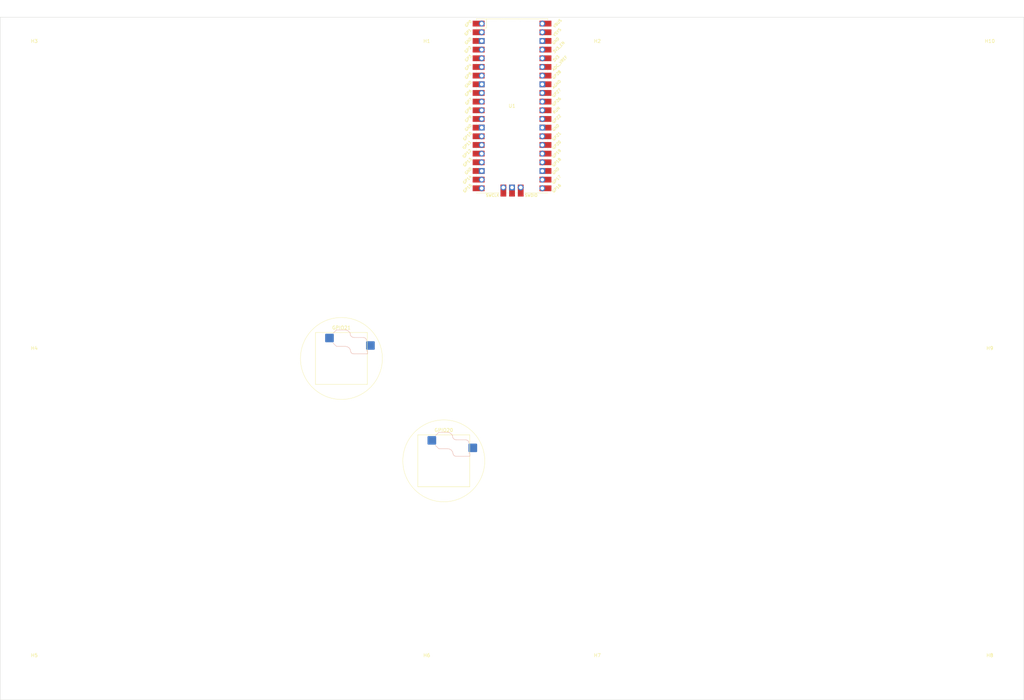
<source format=kicad_pcb>
(kicad_pcb (version 20241229) (generator "pcbnew") (generator_version "9.0")
  (layers (0 "F.Cu" signal) (2 "B.Cu" signal) (13 "F.Paste" user) (15 "B.Paste" user) (5 "F.SilkS" user "F.Silkscreen") (7 "B.SilkS" user "B.Silkscreen") (1 "F.Mask" user) (3 "B.Mask" user) (25 "Edge.Cuts" user))
  (net 0 "")
  (footprint "MountingHole_3.2mm_M3" (layer "F.Cu") (at 125 10)
    (property "Reference" "H1" (at 0 -3 0) (layer "F.SilkS"))
    (property "Value" "MountingHole_3.2mm_M3")
    (pad "" np_thru_hole circle (at 0 0) (size 3.2 3.2) (drill 3.2) (layers "*.Cu" "*.Mask"))
  )
  (footprint "switch_24" (layer "F.Cu") (at 130 130)
    (property "Reference" "GPIO20" (at 0 -9 0) (layer "F.SilkS"))
    (property "Value" "button_24")
    (fp_line (start -7.6 -7.6) (end -7.6 7.6) (stroke (width 0.12)) (layer "F.SilkS"))
    (fp_line (start -7.6 7.6) (end 7.6 7.6) (stroke (width 0.12)) (layer "F.SilkS"))
    (fp_line (start 7.6 -7.6) (end -7.6 -7.6) (stroke (width 0.12)) (layer "F.SilkS"))
    (fp_line (start 7.6 7.6) (end 7.6 -7.6) (stroke (width 0.12)) (layer "F.SilkS"))
    (fp_circle (center 0 0) (end 12 0) (stroke (width 0.1)) (fill no) (layer "F.SilkS"))
    (fp_line (start -2.416 -7.409) (end -1.479 -8.346) (stroke (width 0.12)) (layer "B.SilkS"))
    (fp_line (start -1.479 -8.346) (end 1.268 -8.346) (stroke (width 0.12)) (layer "B.SilkS"))
    (fp_line (start -1.479 -3.554) (end -2.5 -4.575) (stroke (width 0.12)) (layer "B.SilkS"))
    (fp_line (start 1.168 -3.554) (end -1.479 -3.554) (stroke (width 0.12)) (layer "B.SilkS"))
    (fp_line (start 1.268 -8.346) (end 1.671 -8.266) (stroke (width 0.12)) (layer "B.SilkS"))
    (fp_line (start 1.671 -8.266) (end 2.013 -8.037) (stroke (width 0.12)) (layer "B.SilkS"))
    (fp_line (start 1.73 -3.449) (end 1.168 -3.554) (stroke (width 0.12)) (layer "B.SilkS"))
    (fp_line (start 2.013 -8.037) (end 2.546 -7.504) (stroke (width 0.12)) (layer "B.SilkS"))
    (fp_line (start 2.209 -3.15) (end 1.73 -3.449) (stroke (width 0.12)) (layer "B.SilkS"))
    (fp_line (start 2.546 -7.504) (end 2.546 -7.282) (stroke (width 0.12)) (layer "B.SilkS"))
    (fp_line (start 2.546 -7.282) (end 2.633 -6.844) (stroke (width 0.12)) (layer "B.SilkS"))
    (fp_line (start 2.547 -2.697) (end 2.209 -3.15) (stroke (width 0.12)) (layer "B.SilkS"))
    (fp_line (start 2.633 -6.844) (end 2.877 -6.477) (stroke (width 0.12)) (layer "B.SilkS"))
    (fp_line (start 2.701 -2.139) (end 2.547 -2.697) (stroke (width 0.12)) (layer "B.SilkS"))
    (fp_line (start 2.783 -1.841) (end 2.701 -2.139) (stroke (width 0.12)) (layer "B.SilkS"))
    (fp_line (start 2.877 -6.477) (end 3.244 -6.233) (stroke (width 0.12)) (layer "B.SilkS"))
    (fp_line (start 2.976 -1.583) (end 2.783 -1.841) (stroke (width 0.12)) (layer "B.SilkS"))
    (fp_line (start 3.244 -6.233) (end 3.682 -6.146) (stroke (width 0.12)) (layer "B.SilkS"))
    (fp_line (start 3.25 -1.413) (end 2.976 -1.583) (stroke (width 0.12)) (layer "B.SilkS"))
    (fp_line (start 3.56 -1.354) (end 3.25 -1.413) (stroke (width 0.12)) (layer "B.SilkS"))
    (fp_line (start 3.682 -6.146) (end 6.482 -6.146) (stroke (width 0.12)) (layer "B.SilkS"))
    (fp_line (start 6.482 -6.146) (end 6.809 -6.081) (stroke (width 0.12)) (layer "B.SilkS"))
    (fp_line (start 6.809 -6.081) (end 7.092 -5.892) (stroke (width 0.12)) (layer "B.SilkS"))
    (fp_line (start 7.092 -5.892) (end 7.281 -5.609) (stroke (width 0.12)) (layer "B.SilkS"))
    (fp_line (start 7.281 -5.609) (end 7.366 -5.182) (stroke (width 0.12)) (layer "B.SilkS"))
    (fp_line (start 7.283 -2.296) (end 7.646 -2.296) (stroke (width 0.12)) (layer "B.SilkS"))
    (fp_line (start 7.646 -2.296) (end 7.646 -1.354) (stroke (width 0.12)) (layer "B.SilkS"))
    (fp_line (start 7.646 -1.354) (end 3.56 -1.354) (stroke (width 0.12)) (layer "B.SilkS"))
    (pad "" np_thru_hole circle (at -5.5 0) (size 1.9 1.9) (drill 1.9) (layers "*.Cu" "*.Mask"))
    (pad "" np_thru_hole circle (at -5 5.15) (size 1.6 1.6) (drill 1.6) (layers "*.Cu" "*.Mask"))
    (pad "" np_thru_hole circle (at 0 -5.9) (size 3.05 3.05) (drill 3.05) (layers "*.Cu" "*.Mask"))
    (pad "" np_thru_hole circle (at 0 0) (size 5.05 5.05) (drill 5.05) (layers "*.Cu" "*.Mask"))
    (pad "" np_thru_hole circle (at 5 -3.8) (size 3.05 3.05) (drill 3.05) (layers "*.Cu" "*.Mask"))
    (pad "" np_thru_hole circle (at 5.5 0) (size 1.9 1.9) (drill 1.9) (layers "*.Cu" "*.Mask"))
    (pad "1" smd roundrect (at -3.5 -6) (size 2.55 2.5) (layers "B.Cu" "B.Mask" "B.Paste") (roundrect_rratio 0.1))
    (pad "2" smd roundrect (at 8.5 -3.8) (size 2.55 2.5) (layers "B.Cu" "B.Mask" "B.Paste") (roundrect_rratio 0.1))
  )
  (footprint "MountingHole_3.2mm_M3" (layer "F.Cu") (at 175 190)
    (property "Reference" "H7" (at 0 -3 0) (layer "F.SilkS"))
    (property "Value" "MountingHole_3.2mm_M3")
    (pad "" np_thru_hole circle (at 0 0) (size 3.2 3.2) (drill 3.2) (layers "*.Cu" "*.Mask"))
  )
  (footprint "MountingHole_3.2mm_M3" (layer "F.Cu") (at 290 100)
    (property "Reference" "H9" (at 0 -3 0) (layer "F.SilkS"))
    (property "Value" "MountingHole_3.2mm_M3")
    (pad "" np_thru_hole circle (at 0 0) (size 3.2 3.2) (drill 3.2) (layers "*.Cu" "*.Mask"))
  )
  (footprint "RPi_Pico_SMD_TH" (layer "F.Cu") (at 150 26)
    (property "Reference" "U1" (at 0 0 0) (layer "F.SilkS"))
    (property "Value" "Pico")
    (fp_line (start -10.5 -25.5) (end -10.5 -25.2) (stroke (width 0.12)) (layer "F.SilkS"))
    (fp_line (start -10.5 -25.5) (end 10.5 -25.5) (stroke (width 0.12)) (layer "F.SilkS"))
    (fp_line (start -10.5 -23.1) (end -10.5 -22.7) (stroke (width 0.12)) (layer "F.SilkS"))
    (fp_line (start -10.5 -22.833) (end -7.493 -22.833) (stroke (width 0.12)) (layer "F.SilkS"))
    (fp_line (start -10.5 -20.5) (end -10.5 -20.1) (stroke (width 0.12)) (layer "F.SilkS"))
    (fp_line (start -10.5 -18) (end -10.5 -17.6) (stroke (width 0.12)) (layer "F.SilkS"))
    (fp_line (start -10.5 -15.4) (end -10.5 -15) (stroke (width 0.12)) (layer "F.SilkS"))
    (fp_line (start -10.5 -12.9) (end -10.5 -12.5) (stroke (width 0.12)) (layer "F.SilkS"))
    (fp_line (start -10.5 -10.4) (end -10.5 -10) (stroke (width 0.12)) (layer "F.SilkS"))
    (fp_line (start -10.5 -7.8) (end -10.5 -7.4) (stroke (width 0.12)) (layer "F.SilkS"))
    (fp_line (start -10.5 -5.3) (end -10.5 -4.9) (stroke (width 0.12)) (layer "F.SilkS"))
    (fp_line (start -10.5 -2.7) (end -10.5 -2.3) (stroke (width 0.12)) (layer "F.SilkS"))
    (fp_line (start -10.5 -0.2) (end -10.5 0.2) (stroke (width 0.12)) (layer "F.SilkS"))
    (fp_line (start -10.5 2.3) (end -10.5 2.7) (stroke (width 0.12)) (layer "F.SilkS"))
    (fp_line (start -10.5 4.9) (end -10.5 5.3) (stroke (width 0.12)) (layer "F.SilkS"))
    (fp_line (start -10.5 7.4) (end -10.5 7.8) (stroke (width 0.12)) (layer "F.SilkS"))
    (fp_line (start -10.5 10) (end -10.5 10.4) (stroke (width 0.12)) (layer "F.SilkS"))
    (fp_line (start -10.5 12.5) (end -10.5 12.9) (stroke (width 0.12)) (layer "F.SilkS"))
    (fp_line (start -10.5 15.1) (end -10.5 15.5) (stroke (width 0.12)) (layer "F.SilkS"))
    (fp_line (start -10.5 17.6) (end -10.5 18) (stroke (width 0.12)) (layer "F.SilkS"))
    (fp_line (start -10.5 20.1) (end -10.5 20.5) (stroke (width 0.12)) (layer "F.SilkS"))
    (fp_line (start -10.5 22.7) (end -10.5 23.1) (stroke (width 0.12)) (layer "F.SilkS"))
    (fp_line (start -7.493 -22.833) (end -7.493 -25.5) (stroke (width 0.12)) (layer "F.SilkS"))
    (fp_line (start -3.7 25.5) (end -10.5 25.5) (stroke (width 0.12)) (layer "F.SilkS"))
    (fp_line (start -1.5 25.5) (end -1.1 25.5) (stroke (width 0.12)) (layer "F.SilkS"))
    (fp_line (start 1.1 25.5) (end 1.5 25.5) (stroke (width 0.12)) (layer "F.SilkS"))
    (fp_line (start 10.5 -25.5) (end 10.5 -25.2) (stroke (width 0.12)) (layer "F.SilkS"))
    (fp_line (start 10.5 -23.1) (end 10.5 -22.7) (stroke (width 0.12)) (layer "F.SilkS"))
    (fp_line (start 10.5 -20.5) (end 10.5 -20.1) (stroke (width 0.12)) (layer "F.SilkS"))
    (fp_line (start 10.5 -18) (end 10.5 -17.6) (stroke (width 0.12)) (layer "F.SilkS"))
    (fp_line (start 10.5 -15.4) (end 10.5 -15) (stroke (width 0.12)) (layer "F.SilkS"))
    (fp_line (start 10.5 -12.9) (end 10.5 -12.5) (stroke (width 0.12)) (layer "F.SilkS"))
    (fp_line (start 10.5 -10.4) (end 10.5 -10) (stroke (width 0.12)) (layer "F.SilkS"))
    (fp_line (start 10.5 -7.8) (end 10.5 -7.4) (stroke (width 0.12)) (layer "F.SilkS"))
    (fp_line (start 10.5 -5.3) (end 10.5 -4.9) (stroke (width 0.12)) (layer "F.SilkS"))
    (fp_line (start 10.5 -2.7) (end 10.5 -2.3) (stroke (width 0.12)) (layer "F.SilkS"))
    (fp_line (start 10.5 -0.2) (end 10.5 0.2) (stroke (width 0.12)) (layer "F.SilkS"))
    (fp_line (start 10.5 2.3) (end 10.5 2.7) (stroke (width 0.12)) (layer "F.SilkS"))
    (fp_line (start 10.5 4.9) (end 10.5 5.3) (stroke (width 0.12)) (layer "F.SilkS"))
    (fp_line (start 10.5 7.4) (end 10.5 7.8) (stroke (width 0.12)) (layer "F.SilkS"))
    (fp_line (start 10.5 10) (end 10.5 10.4) (stroke (width 0.12)) (layer "F.SilkS"))
    (fp_line (start 10.5 12.5) (end 10.5 12.9) (stroke (width 0.12)) (layer "F.SilkS"))
    (fp_line (start 10.5 15.1) (end 10.5 15.5) (stroke (width 0.12)) (layer "F.SilkS"))
    (fp_line (start 10.5 17.6) (end 10.5 18) (stroke (width 0.12)) (layer "F.SilkS"))
    (fp_line (start 10.5 20.1) (end 10.5 20.5) (stroke (width 0.12)) (layer "F.SilkS"))
    (fp_line (start 10.5 22.7) (end 10.5 23.1) (stroke (width 0.12)) (layer "F.SilkS"))
    (fp_line (start 10.5 25.5) (end 3.7 25.5) (stroke (width 0.12)) (layer "F.SilkS"))
    (fp_text user "RUN" (at 13 1.27 45) (layer "F.SilkS") (effects (font (size 0.8 0.8))))
    (fp_text user "GP18" (at 13.054 16.51 45) (layer "F.SilkS") (effects (font (size 0.8 0.8))))
    (fp_text user "GP6" (at -12.8 -3.81 45) (layer "F.SilkS") (effects (font (size 0.8 0.8))))
    (fp_text user "GP20" (at 13.054 11.43 45) (layer "F.SilkS") (effects (font (size 0.8 0.8))))
    (fp_text user "GP0" (at -12.8 -24.13 45) (layer "F.SilkS") (effects (font (size 0.8 0.8))))
    (fp_text user "GP7" (at -12.7 -1.3 45) (layer "F.SilkS") (effects (font (size 0.8 0.8))))
    (fp_text user "GP26" (at 13.054 -1.27 45) (layer "F.SilkS") (effects (font (size 0.8 0.8))))
    (fp_text user "GP4" (at -12.8 -11.43 45) (layer "F.SilkS") (effects (font (size 0.8 0.8))))
    (fp_text user "GND" (at -12.8 -19.05 45) (layer "F.SilkS") (effects (font (size 0.8 0.8))))
    (fp_text user "GP8" (at -12.8 1.27 45) (layer "F.SilkS") (effects (font (size 0.8 0.8))))
    (fp_text user "GND" (at -12.8 -6.35 45) (layer "F.SilkS") (effects (font (size 0.8 0.8))))
    (fp_text user "GP22" (at 13.054 3.81 45) (layer "F.SilkS") (effects (font (size 0.8 0.8))))
    (fp_text user "GP3" (at -12.8 -13.97 45) (layer "F.SilkS") (effects (font (size 0.8 0.8))))
    (fp_text user "GP1" (at -12.9 -21.6 45) (layer "F.SilkS") (effects (font (size 0.8 0.8))))
    (fp_text user "GND" (at 12.8 6.35 45) (layer "F.SilkS") (effects (font (size 0.8 0.8))))
    (fp_text user "GP21" (at 13.054 8.9 45) (layer "F.SilkS") (effects (font (size 0.8 0.8))))
    (fp_text user "GP16" (at 13.054 24.13 45) (layer "F.SilkS") (effects (font (size 0.8 0.8))))
    (fp_text user "GND" (at -12.8 6.35 45) (layer "F.SilkS") (effects (font (size 0.8 0.8))))
    (fp_text user "GP19" (at 13.054 13.97 45) (layer "F.SilkS") (effects (font (size 0.8 0.8))))
    (fp_text user "GP27" (at 13.054 -3.8 45) (layer "F.SilkS") (effects (font (size 0.8 0.8))))
    (fp_text user "GP28" (at 13.054 -9.144 45) (layer "F.SilkS") (effects (font (size 0.8 0.8))))
    (fp_text user "GND" (at -12.8 19.05 45) (layer "F.SilkS") (effects (font (size 0.8 0.8))))
    (fp_text user "GP11" (at -13.2 11.43 45) (layer "F.SilkS") (effects (font (size 0.8 0.8))))
    (fp_text user "AGND" (at 13.054 -6.35 45) (layer "F.SilkS") (effects (font (size 0.8 0.8))))
    (fp_text user "GP17" (at 13.054 21.59 45) (layer "F.SilkS") (effects (font (size 0.8 0.8))))
    (fp_text user "GP2" (at -12.9 -16.51 45) (layer "F.SilkS") (effects (font (size 0.8 0.8))))
    (fp_text user "GP9" (at -12.8 3.81 45) (layer "F.SilkS") (effects (font (size 0.8 0.8))))
    (fp_text user "GP12" (at -13.2 13.97 45) (layer "F.SilkS") (effects (font (size 0.8 0.8))))
    (fp_text user "3V3" (at 12.9 -13.9 45) (layer "F.SilkS") (effects (font (size 0.8 0.8))))
    (fp_text user "VBUS" (at 13.3 -24.2 45) (layer "F.SilkS") (effects (font (size 0.8 0.8))))
    (fp_text user "GND" (at 12.8 19.05 45) (layer "F.SilkS") (effects (font (size 0.8 0.8))))
    (fp_text user "GP14" (at -13.1 21.59 45) (layer "F.SilkS") (effects (font (size 0.8 0.8))))
    (fp_text user "GP13" (at -13.054 16.51 45) (layer "F.SilkS") (effects (font (size 0.8 0.8))))
    (fp_text user "VSYS" (at 13.2 -21.59 45) (layer "F.SilkS") (effects (font (size 0.8 0.8))))
    (fp_text user "SWCLK" (at -5.7 26.2 0) (layer "F.SilkS") (effects (font (size 0.8 0.8))))
    (fp_text user "GP10" (at -13.054 8.89 45) (layer "F.SilkS") (effects (font (size 0.8 0.8))))
    (fp_text user "GP5" (at -12.8 -8.89 45) (layer "F.SilkS") (effects (font (size 0.8 0.8))))
    (fp_text user "ADC_VREF" (at 14 -12.5 45) (layer "F.SilkS") (effects (font (size 0.8 0.8))))
    (fp_text user "GP15" (at -13.054 24.13 45) (layer "F.SilkS") (effects (font (size 0.8 0.8))))
    (fp_text user "GND" (at 12.8 -19.05 45) (layer "F.SilkS") (effects (font (size 0.8 0.8))))
    (fp_text user "SWDIO" (at 5.6 26.2 0) (layer "F.SilkS") (effects (font (size 0.8 0.8))))
    (fp_text user "3V3_EN" (at 13.7 -17.2 45) (layer "F.SilkS") (effects (font (size 0.8 0.8))))
    (pad "" np_thru_hole oval (at -2.725 -24) (size 1.8 1.8) (drill 1.8) (layers "*.Cu" "*.Mask"))
    (pad "" np_thru_hole oval (at -2.425 -20.97) (size 1.5 1.5) (drill 1.5) (layers "*.Cu" "*.Mask"))
    (pad "" np_thru_hole oval (at 2.425 -20.97) (size 1.5 1.5) (drill 1.5) (layers "*.Cu" "*.Mask"))
    (pad "" np_thru_hole oval (at 2.725 -24) (size 1.8 1.8) (drill 1.8) (layers "*.Cu" "*.Mask"))
    (pad "1" thru_hole oval (at -8.89 -24.13) (size 1.7 1.7) (drill 1.02) (layers "*.Cu" "*.Mask"))
    (pad "1" smd rect (at -8.89 -24.13) (size 3.5 1.7) (drill (offset -0.9 0)) (layers "F.Cu" "F.Mask"))
    (pad "2" thru_hole oval (at -8.89 -21.59) (size 1.7 1.7) (drill 1.02) (layers "*.Cu" "*.Mask"))
    (pad "2" smd rect (at -8.89 -21.59) (size 3.5 1.7) (drill (offset -0.9 0)) (layers "F.Cu" "F.Mask"))
    (pad "3" thru_hole rect (at -8.89 -19.05) (size 1.7 1.7) (drill 1.02) (layers "*.Cu" "*.Mask"))
    (pad "3" smd rect (at -8.89 -19.05) (size 3.5 1.7) (drill (offset -0.9 0)) (layers "F.Cu" "F.Mask"))
    (pad "4" thru_hole oval (at -8.89 -16.51) (size 1.7 1.7) (drill 1.02) (layers "*.Cu" "*.Mask"))
    (pad "4" smd rect (at -8.89 -16.51) (size 3.5 1.7) (drill (offset -0.9 0)) (layers "F.Cu" "F.Mask"))
    (pad "5" thru_hole oval (at -8.89 -13.97) (size 1.7 1.7) (drill 1.02) (layers "*.Cu" "*.Mask"))
    (pad "5" smd rect (at -8.89 -13.97) (size 3.5 1.7) (drill (offset -0.9 0)) (layers "F.Cu" "F.Mask"))
    (pad "6" thru_hole oval (at -8.89 -11.43) (size 1.7 1.7) (drill 1.02) (layers "*.Cu" "*.Mask"))
    (pad "6" smd rect (at -8.89 -11.43) (size 3.5 1.7) (drill (offset -0.9 0)) (layers "F.Cu" "F.Mask"))
    (pad "7" thru_hole oval (at -8.89 -8.89) (size 1.7 1.7) (drill 1.02) (layers "*.Cu" "*.Mask"))
    (pad "7" smd rect (at -8.89 -8.89) (size 3.5 1.7) (drill (offset -0.9 0)) (layers "F.Cu" "F.Mask"))
    (pad "8" thru_hole rect (at -8.89 -6.35) (size 1.7 1.7) (drill 1.02) (layers "*.Cu" "*.Mask"))
    (pad "8" smd rect (at -8.89 -6.35) (size 3.5 1.7) (drill (offset -0.9 0)) (layers "F.Cu" "F.Mask"))
    (pad "9" thru_hole oval (at -8.89 -3.81) (size 1.7 1.7) (drill 1.02) (layers "*.Cu" "*.Mask"))
    (pad "9" smd rect (at -8.89 -3.81) (size 3.5 1.7) (drill (offset -0.9 0)) (layers "F.Cu" "F.Mask"))
    (pad "10" thru_hole oval (at -8.89 -1.27) (size 1.7 1.7) (drill 1.02) (layers "*.Cu" "*.Mask"))
    (pad "10" smd rect (at -8.89 -1.27) (size 3.5 1.7) (drill (offset -0.9 0)) (layers "F.Cu" "F.Mask"))
    (pad "11" thru_hole oval (at -8.89 1.27) (size 1.7 1.7) (drill 1.02) (layers "*.Cu" "*.Mask"))
    (pad "11" smd rect (at -8.89 1.27) (size 3.5 1.7) (drill (offset -0.9 0)) (layers "F.Cu" "F.Mask"))
    (pad "12" thru_hole oval (at -8.89 3.81) (size 1.7 1.7) (drill 1.02) (layers "*.Cu" "*.Mask"))
    (pad "12" smd rect (at -8.89 3.81) (size 3.5 1.7) (drill (offset -0.9 0)) (layers "F.Cu" "F.Mask"))
    (pad "13" thru_hole rect (at -8.89 6.35) (size 1.7 1.7) (drill 1.02) (layers "*.Cu" "*.Mask"))
    (pad "13" smd rect (at -8.89 6.35) (size 3.5 1.7) (drill (offset -0.9 0)) (layers "F.Cu" "F.Mask"))
    (pad "14" thru_hole oval (at -8.89 8.89) (size 1.7 1.7) (drill 1.02) (layers "*.Cu" "*.Mask"))
    (pad "14" smd rect (at -8.89 8.89) (size 3.5 1.7) (drill (offset -0.9 0)) (layers "F.Cu" "F.Mask"))
    (pad "15" thru_hole oval (at -8.89 11.43) (size 1.7 1.7) (drill 1.02) (layers "*.Cu" "*.Mask"))
    (pad "15" smd rect (at -8.89 11.43) (size 3.5 1.7) (drill (offset -0.9 0)) (layers "F.Cu" "F.Mask"))
    (pad "16" thru_hole oval (at -8.89 13.97) (size 1.7 1.7) (drill 1.02) (layers "*.Cu" "*.Mask"))
    (pad "16" smd rect (at -8.89 13.97) (size 3.5 1.7) (drill (offset -0.9 0)) (layers "F.Cu" "F.Mask"))
    (pad "17" thru_hole oval (at -8.89 16.51) (size 1.7 1.7) (drill 1.02) (layers "*.Cu" "*.Mask"))
    (pad "17" smd rect (at -8.89 16.51) (size 3.5 1.7) (drill (offset -0.9 0)) (layers "F.Cu" "F.Mask"))
    (pad "18" thru_hole rect (at -8.89 19.05) (size 1.7 1.7) (drill 1.02) (layers "*.Cu" "*.Mask"))
    (pad "18" smd rect (at -8.89 19.05) (size 3.5 1.7) (drill (offset -0.9 0)) (layers "F.Cu" "F.Mask"))
    (pad "19" thru_hole oval (at -8.89 21.59) (size 1.7 1.7) (drill 1.02) (layers "*.Cu" "*.Mask"))
    (pad "19" smd rect (at -8.89 21.59) (size 3.5 1.7) (drill (offset -0.9 0)) (layers "F.Cu" "F.Mask"))
    (pad "20" thru_hole oval (at -8.89 24.13) (size 1.7 1.7) (drill 1.02) (layers "*.Cu" "*.Mask"))
    (pad "20" smd rect (at -8.89 24.13) (size 3.5 1.7) (drill (offset -0.9 0)) (layers "F.Cu" "F.Mask"))
    (pad "21" thru_hole oval (at 8.89 24.13) (size 1.7 1.7) (drill 1.02) (layers "*.Cu" "*.Mask"))
    (pad "21" smd rect (at 8.89 24.13) (size 3.5 1.7) (drill (offset 0.9 0)) (layers "F.Cu" "F.Mask"))
    (pad "22" thru_hole oval (at 8.89 21.59) (size 1.7 1.7) (drill 1.02) (layers "*.Cu" "*.Mask"))
    (pad "22" smd rect (at 8.89 21.59) (size 3.5 1.7) (drill (offset 0.9 0)) (layers "F.Cu" "F.Mask"))
    (pad "23" thru_hole rect (at 8.89 19.05) (size 1.7 1.7) (drill 1.02) (layers "*.Cu" "*.Mask"))
    (pad "23" smd rect (at 8.89 19.05) (size 3.5 1.7) (drill (offset 0.9 0)) (layers "F.Cu" "F.Mask"))
    (pad "24" thru_hole oval (at 8.89 16.51) (size 1.7 1.7) (drill 1.02) (layers "*.Cu" "*.Mask"))
    (pad "24" smd rect (at 8.89 16.51) (size 3.5 1.7) (drill (offset 0.9 0)) (layers "F.Cu" "F.Mask"))
    (pad "25" thru_hole oval (at 8.89 13.97) (size 1.7 1.7) (drill 1.02) (layers "*.Cu" "*.Mask"))
    (pad "25" smd rect (at 8.89 13.97) (size 3.5 1.7) (drill (offset 0.9 0)) (layers "F.Cu" "F.Mask"))
    (pad "26" thru_hole oval (at 8.89 11.43) (size 1.7 1.7) (drill 1.02) (layers "*.Cu" "*.Mask"))
    (pad "26" smd rect (at 8.89 11.43) (size 3.5 1.7) (drill (offset 0.9 0)) (layers "F.Cu" "F.Mask"))
    (pad "27" thru_hole oval (at 8.89 8.89) (size 1.7 1.7) (drill 1.02) (layers "*.Cu" "*.Mask"))
    (pad "27" smd rect (at 8.89 8.89) (size 3.5 1.7) (drill (offset 0.9 0)) (layers "F.Cu" "F.Mask"))
    (pad "28" thru_hole rect (at 8.89 6.35) (size 1.7 1.7) (drill 1.02) (layers "*.Cu" "*.Mask"))
    (pad "28" smd rect (at 8.89 6.35) (size 3.5 1.7) (drill (offset 0.9 0)) (layers "F.Cu" "F.Mask"))
    (pad "29" thru_hole oval (at 8.89 3.81) (size 1.7 1.7) (drill 1.02) (layers "*.Cu" "*.Mask"))
    (pad "29" smd rect (at 8.89 3.81) (size 3.5 1.7) (drill (offset 0.9 0)) (layers "F.Cu" "F.Mask"))
    (pad "30" thru_hole oval (at 8.89 1.27) (size 1.7 1.7) (drill 1.02) (layers "*.Cu" "*.Mask"))
    (pad "30" smd rect (at 8.89 1.27) (size 3.5 1.7) (drill (offset 0.9 0)) (layers "F.Cu" "F.Mask"))
    (pad "31" thru_hole oval (at 8.89 -1.27) (size 1.7 1.7) (drill 1.02) (layers "*.Cu" "*.Mask"))
    (pad "31" smd rect (at 8.89 -1.27) (size 3.5 1.7) (drill (offset 0.9 0)) (layers "F.Cu" "F.Mask"))
    (pad "32" thru_hole oval (at 8.89 -3.81) (size 1.7 1.7) (drill 1.02) (layers "*.Cu" "*.Mask"))
    (pad "32" smd rect (at 8.89 -3.81) (size 3.5 1.7) (drill (offset 0.9 0)) (layers "F.Cu" "F.Mask"))
    (pad "33" thru_hole rect (at 8.89 -6.35) (size 1.7 1.7) (drill 1.02) (layers "*.Cu" "*.Mask"))
    (pad "33" smd rect (at 8.89 -6.35) (size 3.5 1.7) (drill (offset 0.9 0)) (layers "F.Cu" "F.Mask"))
    (pad "34" thru_hole oval (at 8.89 -8.89) (size 1.7 1.7) (drill 1.02) (layers "*.Cu" "*.Mask"))
    (pad "34" smd rect (at 8.89 -8.89) (size 3.5 1.7) (drill (offset 0.9 0)) (layers "F.Cu" "F.Mask"))
    (pad "35" thru_hole oval (at 8.89 -11.43) (size 1.7 1.7) (drill 1.02) (layers "*.Cu" "*.Mask"))
    (pad "35" smd rect (at 8.89 -11.43) (size 3.5 1.7) (drill (offset 0.9 0)) (layers "F.Cu" "F.Mask"))
    (pad "36" thru_hole oval (at 8.89 -13.97) (size 1.7 1.7) (drill 1.02) (layers "*.Cu" "*.Mask"))
    (pad "36" smd rect (at 8.89 -13.97) (size 3.5 1.7) (drill (offset 0.9 0)) (layers "F.Cu" "F.Mask"))
    (pad "37" thru_hole oval (at 8.89 -16.51) (size 1.7 1.7) (drill 1.02) (layers "*.Cu" "*.Mask"))
    (pad "37" smd rect (at 8.89 -16.51) (size 3.5 1.7) (drill (offset 0.9 0)) (layers "F.Cu" "F.Mask"))
    (pad "38" thru_hole rect (at 8.89 -19.05) (size 1.7 1.7) (drill 1.02) (layers "*.Cu" "*.Mask"))
    (pad "38" smd rect (at 8.89 -19.05) (size 3.5 1.7) (drill (offset 0.9 0)) (layers "F.Cu" "F.Mask"))
    (pad "39" thru_hole oval (at 8.89 -21.59) (size 1.7 1.7) (drill 1.02) (layers "*.Cu" "*.Mask"))
    (pad "39" smd rect (at 8.89 -21.59) (size 3.5 1.7) (drill (offset 0.9 0)) (layers "F.Cu" "F.Mask"))
    (pad "40" thru_hole oval (at 8.89 -24.13) (size 1.7 1.7) (drill 1.02) (layers "*.Cu" "*.Mask"))
    (pad "40" smd rect (at 8.89 -24.13) (size 3.5 1.7) (drill (offset 0.9 0)) (layers "F.Cu" "F.Mask"))
    (pad "41" thru_hole oval (at -2.54 23.9) (size 1.7 1.7) (drill 1.02) (layers "*.Cu" "*.Mask"))
    (pad "41" smd rect (at -2.54 23.9 90) (size 3.5 1.7) (drill (offset -0.9 0)) (layers "F.Cu" "F.Mask"))
    (pad "42" thru_hole rect (at 0 23.9) (size 1.7 1.7) (drill 1.02) (layers "*.Cu" "*.Mask"))
    (pad "42" smd rect (at 0 23.9 90) (size 3.5 1.7) (drill (offset -0.9 0)) (layers "F.Cu" "F.Mask"))
    (pad "43" thru_hole oval (at 2.54 23.9) (size 1.7 1.7) (drill 1.02) (layers "*.Cu" "*.Mask"))
    (pad "43" smd rect (at 2.54 23.9 90) (size 3.5 1.7) (drill (offset -0.9 0)) (layers "F.Cu" "F.Mask"))
  )
  (footprint "MountingHole_3.2mm_M3" (layer "F.Cu") (at 10 100)
    (property "Reference" "H4" (at 0 -3 0) (layer "F.SilkS"))
    (property "Value" "MountingHole_3.2mm_M3")
    (pad "" np_thru_hole circle (at 0 0) (size 3.2 3.2) (drill 3.2) (layers "*.Cu" "*.Mask"))
  )
  (footprint "MountingHole_3.2mm_M3" (layer "F.Cu") (at 10 10)
    (property "Reference" "H3" (at 0 -3 0) (layer "F.SilkS"))
    (property "Value" "MountingHole_3.2mm_M3")
    (pad "" np_thru_hole circle (at 0 0) (size 3.2 3.2) (drill 3.2) (layers "*.Cu" "*.Mask"))
  )
  (footprint "MountingHole_3.2mm_M3" (layer "F.Cu") (at 290 190)
    (property "Reference" "H8" (at 0 -3 0) (layer "F.SilkS"))
    (property "Value" "MountingHole_3.2mm_M3")
    (pad "" np_thru_hole circle (at 0 0) (size 3.2 3.2) (drill 3.2) (layers "*.Cu" "*.Mask"))
  )
  (footprint "MountingHole_3.2mm_M3" (layer "F.Cu") (at 125 190)
    (property "Reference" "H6" (at 0 -3 0) (layer "F.SilkS"))
    (property "Value" "MountingHole_3.2mm_M3")
    (pad "" np_thru_hole circle (at 0 0) (size 3.2 3.2) (drill 3.2) (layers "*.Cu" "*.Mask"))
  )
  (footprint "MountingHole_3.2mm_M3" (layer "F.Cu") (at 10 190)
    (property "Reference" "H5" (at 0 -3 0) (layer "F.SilkS"))
    (property "Value" "MountingHole_3.2mm_M3")
    (pad "" np_thru_hole circle (at 0 0) (size 3.2 3.2) (drill 3.2) (layers "*.Cu" "*.Mask"))
  )
  (footprint "MountingHole_3.2mm_M3" (layer "F.Cu") (at 175 10)
    (property "Reference" "H2" (at 0 -3 0) (layer "F.SilkS"))
    (property "Value" "MountingHole_3.2mm_M3")
    (pad "" np_thru_hole circle (at 0 0) (size 3.2 3.2) (drill 3.2) (layers "*.Cu" "*.Mask"))
  )
  (footprint "switch_24" (layer "F.Cu") (at 100 100)
    (property "Reference" "GPIO21" (at 0 -9 0) (layer "F.SilkS"))
    (property "Value" "button_24")
    (fp_line (start -7.6 -7.6) (end -7.6 7.6) (stroke (width 0.12)) (layer "F.SilkS"))
    (fp_line (start -7.6 7.6) (end 7.6 7.6) (stroke (width 0.12)) (layer "F.SilkS"))
    (fp_line (start 7.6 -7.6) (end -7.6 -7.6) (stroke (width 0.12)) (layer "F.SilkS"))
    (fp_line (start 7.6 7.6) (end 7.6 -7.6) (stroke (width 0.12)) (layer "F.SilkS"))
    (fp_circle (center 0 0) (end 12 0) (stroke (width 0.1)) (fill no) (layer "F.SilkS"))
    (fp_line (start -2.416 -7.409) (end -1.479 -8.346) (stroke (width 0.12)) (layer "B.SilkS"))
    (fp_line (start -1.479 -8.346) (end 1.268 -8.346) (stroke (width 0.12)) (layer "B.SilkS"))
    (fp_line (start -1.479 -3.554) (end -2.5 -4.575) (stroke (width 0.12)) (layer "B.SilkS"))
    (fp_line (start 1.168 -3.554) (end -1.479 -3.554) (stroke (width 0.12)) (layer "B.SilkS"))
    (fp_line (start 1.268 -8.346) (end 1.671 -8.266) (stroke (width 0.12)) (layer "B.SilkS"))
    (fp_line (start 1.671 -8.266) (end 2.013 -8.037) (stroke (width 0.12)) (layer "B.SilkS"))
    (fp_line (start 1.73 -3.449) (end 1.168 -3.554) (stroke (width 0.12)) (layer "B.SilkS"))
    (fp_line (start 2.013 -8.037) (end 2.546 -7.504) (stroke (width 0.12)) (layer "B.SilkS"))
    (fp_line (start 2.209 -3.15) (end 1.73 -3.449) (stroke (width 0.12)) (layer "B.SilkS"))
    (fp_line (start 2.546 -7.504) (end 2.546 -7.282) (stroke (width 0.12)) (layer "B.SilkS"))
    (fp_line (start 2.546 -7.282) (end 2.633 -6.844) (stroke (width 0.12)) (layer "B.SilkS"))
    (fp_line (start 2.547 -2.697) (end 2.209 -3.15) (stroke (width 0.12)) (layer "B.SilkS"))
    (fp_line (start 2.633 -6.844) (end 2.877 -6.477) (stroke (width 0.12)) (layer "B.SilkS"))
    (fp_line (start 2.701 -2.139) (end 2.547 -2.697) (stroke (width 0.12)) (layer "B.SilkS"))
    (fp_line (start 2.783 -1.841) (end 2.701 -2.139) (stroke (width 0.12)) (layer "B.SilkS"))
    (fp_line (start 2.877 -6.477) (end 3.244 -6.233) (stroke (width 0.12)) (layer "B.SilkS"))
    (fp_line (start 2.976 -1.583) (end 2.783 -1.841) (stroke (width 0.12)) (layer "B.SilkS"))
    (fp_line (start 3.244 -6.233) (end 3.682 -6.146) (stroke (width 0.12)) (layer "B.SilkS"))
    (fp_line (start 3.25 -1.413) (end 2.976 -1.583) (stroke (width 0.12)) (layer "B.SilkS"))
    (fp_line (start 3.56 -1.354) (end 3.25 -1.413) (stroke (width 0.12)) (layer "B.SilkS"))
    (fp_line (start 3.682 -6.146) (end 6.482 -6.146) (stroke (width 0.12)) (layer "B.SilkS"))
    (fp_line (start 6.482 -6.146) (end 6.809 -6.081) (stroke (width 0.12)) (layer "B.SilkS"))
    (fp_line (start 6.809 -6.081) (end 7.092 -5.892) (stroke (width 0.12)) (layer "B.SilkS"))
    (fp_line (start 7.092 -5.892) (end 7.281 -5.609) (stroke (width 0.12)) (layer "B.SilkS"))
    (fp_line (start 7.281 -5.609) (end 7.366 -5.182) (stroke (width 0.12)) (layer "B.SilkS"))
    (fp_line (start 7.283 -2.296) (end 7.646 -2.296) (stroke (width 0.12)) (layer "B.SilkS"))
    (fp_line (start 7.646 -2.296) (end 7.646 -1.354) (stroke (width 0.12)) (layer "B.SilkS"))
    (fp_line (start 7.646 -1.354) (end 3.56 -1.354) (stroke (width 0.12)) (layer "B.SilkS"))
    (pad "" np_thru_hole circle (at -5.5 0) (size 1.9 1.9) (drill 1.9) (layers "*.Cu" "*.Mask"))
    (pad "" np_thru_hole circle (at -5 5.15) (size 1.6 1.6) (drill 1.6) (layers "*.Cu" "*.Mask"))
    (pad "" np_thru_hole circle (at 0 -5.9) (size 3.05 3.05) (drill 3.05) (layers "*.Cu" "*.Mask"))
    (pad "" np_thru_hole circle (at 0 0) (size 5.05 5.05) (drill 5.05) (layers "*.Cu" "*.Mask"))
    (pad "" np_thru_hole circle (at 5 -3.8) (size 3.05 3.05) (drill 3.05) (layers "*.Cu" "*.Mask"))
    (pad "" np_thru_hole circle (at 5.5 0) (size 1.9 1.9) (drill 1.9) (layers "*.Cu" "*.Mask"))
    (pad "1" smd roundrect (at -3.5 -6) (size 2.55 2.5) (layers "B.Cu" "B.Mask" "B.Paste") (roundrect_rratio 0.1))
    (pad "2" smd roundrect (at 8.5 -3.8) (size 2.55 2.5) (layers "B.Cu" "B.Mask" "B.Paste") (roundrect_rratio 0.1))
  )
  (footprint "MountingHole_3.2mm_M3" (layer "F.Cu") (at 290 10)
    (property "Reference" "H10" (at 0 -3 0) (layer "F.SilkS"))
    (property "Value" "MountingHole_3.2mm_M3")
    (pad "" np_thru_hole circle (at 0 0) (size 3.2 3.2) (drill 3.2) (layers "*.Cu" "*.Mask"))
  )
  (gr_line (start 0 200) (end 0 0) (stroke (width 0.1)) (layer "Edge.Cuts"))
  (gr_line (start 0 0) (end 300 0) (stroke (width 0.1)) (layer "Edge.Cuts"))
  (gr_line (start 300 200) (end 0 200) (stroke (width 0.1)) (layer "Edge.Cuts"))
  (gr_line (start 300 0) (end 300 200) (stroke (width 0.1)) (layer "Edge.Cuts"))
)
</source>
